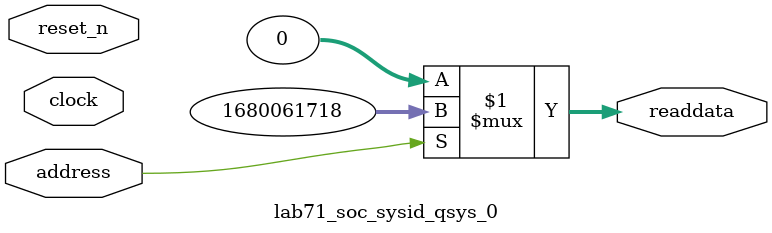
<source format=v>



// synthesis translate_off
`timescale 1ns / 1ps
// synthesis translate_on

// turn off superfluous verilog processor warnings 
// altera message_level Level1 
// altera message_off 10034 10035 10036 10037 10230 10240 10030 

module lab71_soc_sysid_qsys_0 (
               // inputs:
                address,
                clock,
                reset_n,

               // outputs:
                readdata
             )
;

  output  [ 31: 0] readdata;
  input            address;
  input            clock;
  input            reset_n;

  wire    [ 31: 0] readdata;
  //control_slave, which is an e_avalon_slave
  assign readdata = address ? 1680061718 : 0;

endmodule



</source>
